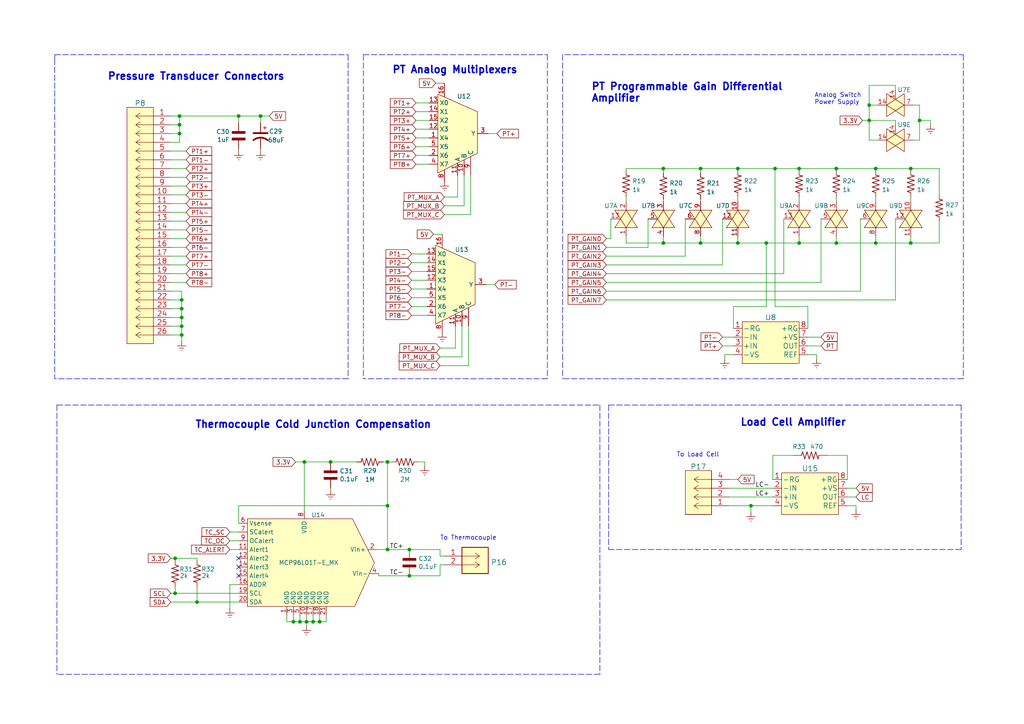
<source format=kicad_sch>
(kicad_sch (version 20211123) (generator eeschema)
  (paper "A4")
  (lib_symbols
    (symbol "Engine-Controller:0530470410" (pin_names (offset 0.254) hide)
      (property "Reference" "P" (at 7.62 5.08 0))
      (symbol "0530470410_1_1"
        (pin passive line (at 0 0 0) (length 5.08) (name "+12V") (number "1"))
        (pin passive line (at 0 -2.54 0) (length 5.08) (name "GND") (number "2"))
        (pin passive line (at 0 -5.08 0) (length 5.08) (name "3") (number "3"))
        (pin passive line (at 0 -7.62 0) (length 5.08) (name "4") (number "4"))
      )
    )
    (symbol "Engine-Controller:20021511-00026T4LF" (pin_names (offset 0.254) hide)
      (property "Reference" "P" (at 8.89 6.35 0))
      (symbol "20021511-00026T4LF_1_1"
        (pin passive line (at 0 0 0) (length 5.08) (name "1") (number "1"))
        (pin passive line (at 0 -22.86 0) (length 5.08) (name "10") (number "10"))
        (pin passive line (at 0 -25.4 0) (length 5.08) (name "11") (number "11"))
        (pin passive line (at 0 -27.94 0) (length 5.08) (name "12") (number "12"))
        (pin passive line (at 0 -30.48 0) (length 5.08) (name "13") (number "13"))
        (pin passive line (at 0 -33.02 0) (length 5.08) (name "14") (number "14"))
        (pin passive line (at 0 -35.56 0) (length 5.08) (name "15") (number "15"))
        (pin passive line (at 0 -38.1 0) (length 5.08) (name "16") (number "16"))
        (pin passive line (at 0 -40.64 0) (length 5.08) (name "17") (number "17"))
        (pin passive line (at 0 -43.18 0) (length 5.08) (name "18") (number "18"))
        (pin passive line (at 0 -45.72 0) (length 5.08) (name "19") (number "19"))
        (pin passive line (at 0 -2.54 0) (length 5.08) (name "2") (number "2"))
        (pin passive line (at 0 -48.26 0) (length 5.08) (name "20") (number "20"))
        (pin passive line (at 0 -50.8 0) (length 5.08) (name "21") (number "21"))
        (pin passive line (at 0 -53.34 0) (length 5.08) (name "22") (number "22"))
        (pin passive line (at 0 -55.88 0) (length 5.08) (name "23") (number "23"))
        (pin passive line (at 0 -58.42 0) (length 5.08) (name "24") (number "24"))
        (pin passive line (at 0 -60.96 0) (length 5.08) (name "25") (number "25"))
        (pin passive line (at 0 -63.5 0) (length 5.08) (name "26") (number "26"))
        (pin passive line (at 0 -5.08 0) (length 5.08) (name "3") (number "3"))
        (pin passive line (at 0 -7.62 0) (length 5.08) (name "4") (number "4"))
        (pin passive line (at 0 -10.16 0) (length 5.08) (name "5") (number "5"))
        (pin passive line (at 0 -12.7 0) (length 5.08) (name "6") (number "6"))
        (pin passive line (at 0 -15.24 0) (length 5.08) (name "7") (number "7"))
        (pin passive line (at 0 -17.78 0) (length 5.08) (name "8") (number "8"))
        (pin passive line (at 0 -20.32 0) (length 5.08) (name "9") (number "9"))
      )
    )
    (symbol "Engine-Controller:647676-2" (pin_names (offset 0.254) hide)
      (property "Reference" "P" (at 6.35 5.08 0))
      (symbol "647676-2_1_1"
        (pin passive line (at 0 0 0) (length 5.08) (name "1") (number "1"))
        (pin passive line (at 0 -2.54 0) (length 5.08) (name "2") (number "2"))
      )
    )
    (symbol "Engine-Controller:AD623ARZ-R7" (pin_names (offset 0.254))
      (property "Reference" "U" (at -1.524 12.192 0))
      (symbol "AD623ARZ-R7_1_1"
        (pin passive line (at -12.065 1.905 0) (length 2.54) (name "-RG") (number "1"))
        (pin input line (at -12.065 -0.635 0) (length 2.54) (name "-IN") (number "2"))
        (pin input line (at -12.065 -3.175 0) (length 2.54) (name "+IN") (number "3"))
        (pin power_in line (at -12.065 -5.715 0) (length 2.54) (name "-VS") (number "4"))
        (pin input line (at 9.525 -5.715 180) (length 2.54) (name "REF") (number "5"))
        (pin output line (at 9.525 -3.175 180) (length 2.54) (name "OUT") (number "6"))
        (pin power_in line (at 9.525 -0.635 180) (length 2.54) (name "+VS") (number "7"))
        (pin passive line (at 9.525 1.905 180) (length 2.54) (name "+RG") (number "8"))
      )
    )
    (symbol "Engine-Controller:CAP_0603" (pin_numbers hide) (pin_names (offset 1.016) hide)
      (property "Reference" "C" (at -1.27 3.81 0))
      (property "Value" "Engine-Controller_CAP_0603" (at -3.81 -3.81 0))
      (symbol "CAP_0603_0_0"
        (pin passive line (at 3.81 0 180) (length 2.54) (name "~") (number "1"))
        (pin passive line (at -3.81 0 0) (length 2.54) (name "~") (number "2"))
      )
    )
    (symbol "Engine-Controller:Earth" (power) (pin_names (offset 0))
      (symbol "Earth_1_1"
        (pin power_in line (at 0 0 270) (length 0) hide (name "Earth") (number "1"))
      )
    )
    (symbol "Engine-Controller:MAX4617EUE+T"
      (property "Reference" "U" (at 0 10.795 0))
      (symbol "MAX4617EUE+T_1_1"
        (pin passive line (at -8.255 -1.27 0) (length 2.54) (name "X4") (number "1"))
        (pin passive line (at 1.905 -12.065 90) (length 4.3688) (name "B") (number "10"))
        (pin passive line (at 0 -12.065 90) (length 3.429) (name "A") (number "11"))
        (pin passive line (at -8.255 1.27 0) (length 2.54) (name "X3") (number "12"))
        (pin passive line (at -8.255 8.89 0) (length 2.54) (name "X0") (number "13"))
        (pin passive line (at -8.255 6.35 0) (length 2.54) (name "X1") (number "14"))
        (pin passive line (at -8.255 3.81 0) (length 2.54) (name "X2") (number "15"))
        (pin passive line (at -3.81 14.605 270) (length 3.937) (name "") (number "16"))
        (pin passive line (at -8.255 -6.35 0) (length 2.54) (name "X6") (number "2"))
        (pin passive line (at 8.89 0 180) (length 3.175) (name "Y") (number "3"))
        (pin passive line (at -8.255 -8.89 0) (length 2.54) (name "X7") (number "4"))
        (pin passive line (at -8.255 -3.81 0) (length 2.54) (name "X5") (number "5"))
        (pin passive line (at -3.81 -13.97 90) (length 3.429) (name "") (number "8"))
        (pin passive line (at 3.81 -12.065 90) (length 5.334) (name "C") (number "9"))
      )
    )
    (symbol "Engine-Controller:MC74HC4066ADG"
      (property "Reference" "U" (at -6.096 9.906 0))
      (symbol "MC74HC4066ADG_1_1"
        (pin passive line (at -5.08 0 0) (length 2.54) (name "") (number "1"))
        (pin passive line (at 0 4.445 270) (length 2.54) (name "") (number "13"))
        (pin passive line (at 5.08 0 180) (length 2.54) (name "") (number "2"))
      )
      (symbol "MC74HC4066ADG_2_1"
        (pin passive line (at 5.08 0 180) (length 2.54) (name "") (number "3"))
        (pin passive line (at -5.08 0 0) (length 2.54) (name "") (number "4"))
        (pin passive line (at 0 4.445 270) (length 2.54) (name "") (number "5"))
      )
      (symbol "MC74HC4066ADG_3_1"
        (pin passive line (at 0 4.445 270) (length 2.54) (name "") (number "6"))
        (pin passive line (at -5.08 0 0) (length 2.54) (name "") (number "8"))
        (pin passive line (at 5.08 0 180) (length 2.54) (name "") (number "9"))
      )
      (symbol "MC74HC4066ADG_4_1"
        (pin passive line (at 5.08 0 180) (length 2.54) (name "") (number "10"))
        (pin passive line (at -5.08 0 0) (length 2.54) (name "") (number "11"))
        (pin passive line (at 0 4.445 270) (length 2.54) (name "") (number "12"))
      )
      (symbol "MC74HC4066ADG_5_1"
        (pin passive line (at -5.08 0 0) (length 2.54) (name "") (number "14"))
        (pin passive line (at 0 4.445 270) (length 2.54) (name "") (number "14"))
        (pin passive line (at 5.08 0 180) (length 2.54) (name "") (number "7"))
      )
    )
    (symbol "Engine-Controller:MCP96L01T-E_MX"
      (property "Reference" "U" (at -15.24 15.875 0))
      (symbol "MCP96L01T-E_MX_1_1"
        (pin passive line (at -11.43 -15.24 90) (length 2.54) (name "GND") (number "1"))
        (pin passive line (at -5.715 -15.24 90) (length 2.54) (name "GND") (number "10"))
        (pin passive line (at -25.4 3.81 0) (length 2.54) (name "Alert1") (number "11"))
        (pin passive line (at -25.4 1.27 0) (length 2.54) (name "Alert2") (number "12"))
        (pin passive line (at -25.4 -1.27 0) (length 2.54) (name "Alert3") (number "14"))
        (pin passive line (at -25.4 -3.81 0) (length 2.54) (name "Alert4") (number "15"))
        (pin passive line (at -25.4 -6.35 0) (length 2.54) (name "ADDR") (number "16"))
        (pin passive line (at -3.81 -15.24 90) (length 2.54) (name "GND") (number "17"))
        (pin passive line (at -1.905 -15.24 90) (length 2.54) (name "GND") (number "18"))
        (pin passive line (at -25.4 -8.89 0) (length 2.54) (name "SCL") (number "19"))
        (pin passive line (at 14.605 3.81 180) (length 2.54) (name "Vin+") (number "2"))
        (pin passive line (at -25.4 -11.43 0) (length 2.54) (name "SDA") (number "20"))
        (pin passive line (at 0 -15.24 90) (length 2.54) (name "GND") (number "21"))
        (pin passive line (at -9.525 -15.24 90) (length 2.54) (name "GND") (number "3"))
        (pin passive line (at 15.24 -3.175 180) (length 2.54) (name "Vin-") (number "4"))
        (pin passive line (at -7.62 -15.24 90) (length 2.54) (name "GND") (number "5"))
        (pin passive line (at -25.4 11.43 0) (length 2.54) (name "Vsense") (number "6"))
        (pin passive line (at -25.4 8.89 0) (length 2.54) (name "SCalert") (number "7"))
        (pin passive line (at -6.35 15.24 270) (length 2.54) (name "VDD") (number "8"))
        (pin passive line (at -25.4 6.35 0) (length 2.54) (name "OCalert") (number "9"))
      )
    )
    (symbol "Engine-Controller:RES_0603" (pin_numbers hide) (pin_names (offset 1.016) hide)
      (property "Reference" "R" (at -1.27 1.27 0))
      (property "Value" "RES_0603" (at -3.81 -2.54 0))
      (symbol "RES_0603_0_0"
        (pin passive line (at -3.81 0 0) (length 1.27) (name "~") (number "1"))
        (pin passive line (at 3.81 0 180) (length 1.27) (name "~") (number "2"))
      )
    )
    (symbol "Engine-Controller:RES_0805" (pin_numbers hide) (pin_names (offset 1.016) hide)
      (property "Reference" "R" (at -1.27 1.27 0))
      (property "Value" "RES_0805" (at -3.81 -2.54 0))
      (symbol "RES_0805_0_0"
        (pin passive line (at -5.08 0 0) (length 2.54) (name "~") (number "1"))
        (pin passive line (at 5.08 0 180) (length 2.54) (name "~") (number "2"))
      )
    )
    (symbol "Engine-Controller:UKL1C220KDDANATD" (pin_numbers hide) (pin_names (offset 0.254) hide)
      (property "Reference" "C" (at 0.635 2.54 0))
      (property "Value" "UKL1C220KDDANATD" (at 0.635 -2.54 0))
      (symbol "UKL1C220KDDANATD_1_1"
        (pin passive line (at 0 3.81 270) (length 2.794) (name "~") (number "1"))
        (pin passive line (at 0 -3.81 90) (length 3.302) (name "~") (number "2"))
      )
    )
    (symbol "MAX4617EUE+T_1"
      (property "Reference" "U" (at 0 10.795 0))
      (symbol "MAX4617EUE+T_1_1_1"
        (pin passive line (at -8.255 -1.27 0) (length 2.54) (name "X4") (number "1"))
        (pin passive line (at 1.905 -12.065 90) (length 4.3688) (name "B") (number "10"))
        (pin passive line (at 0 -12.065 90) (length 3.429) (name "A") (number "11"))
        (pin passive line (at -8.255 1.27 0) (length 2.54) (name "X3") (number "12"))
        (pin passive line (at -8.255 8.89 0) (length 2.54) (name "X0") (number "13"))
        (pin passive line (at -8.255 6.35 0) (length 2.54) (name "X1") (number "14"))
        (pin passive line (at -8.255 3.81 0) (length 2.54) (name "X2") (number "15"))
        (pin passive line (at -3.81 14.605 270) (length 3.937) (name "") (number "16"))
        (pin passive line (at -8.255 -6.35 0) (length 2.54) (name "X6") (number "2"))
        (pin passive line (at 8.89 0 180) (length 3.175) (name "Y") (number "3"))
        (pin passive line (at -8.255 -8.89 0) (length 2.54) (name "X7") (number "4"))
        (pin passive line (at -8.255 -3.81 0) (length 2.54) (name "X5") (number "5"))
        (pin passive line (at -3.81 -13.97 90) (length 3.429) (name "") (number "8"))
        (pin passive line (at 3.81 -12.065 90) (length 5.334) (name "C") (number "9"))
      )
    )
  )
  (junction (at 112.395 159.385))
  (junction (at 192.405 70.485))
  (junction (at 254 48.895))
  (junction (at 118.745 159.385))
  (junction (at 242.57 70.485))
  (junction (at 222.25 70.485))
  (junction (at 266.7 34.925))
  (junction (at 52.07 33.655))
  (junction (at 86.995 180.34))
  (junction (at 224.79 48.895))
  (junction (at 252.095 30.48))
  (junction (at 112.395 146.685))
  (junction (at 52.07 36.195))
  (junction (at 52.705 94.615))
  (junction (at 90.805 180.34))
  (junction (at 52.705 86.995))
  (junction (at 118.745 167.005))
  (junction (at 192.405 48.895))
  (junction (at 52.07 38.735))
  (junction (at 112.395 133.985))
  (junction (at 213.995 70.485))
  (junction (at 264.16 70.485))
  (junction (at 57.15 174.625))
  (junction (at 231.775 70.485))
  (junction (at 69.215 33.655))
  (junction (at 52.705 89.535))
  (junction (at 203.2 70.485))
  (junction (at 52.705 92.075))
  (junction (at 254 70.485))
  (junction (at 203.2 48.895))
  (junction (at 75.565 33.655))
  (junction (at 92.71 180.34))
  (junction (at 95.885 133.985))
  (junction (at 50.8 161.925))
  (junction (at 217.805 146.685))
  (junction (at 264.16 48.895))
  (junction (at 88.9 180.34))
  (junction (at 85.09 180.34))
  (junction (at 213.995 48.895))
  (junction (at 52.705 97.155))
  (junction (at 50.8 172.085))
  (junction (at 252.095 34.925))
  (junction (at 242.57 48.895))
  (junction (at 88.265 133.985))
  (junction (at 231.775 48.895))
  (no_connect (at 69.215 161.925))
  (no_connect (at 69.215 164.465))
  (no_connect (at 69.215 167.005))
  (wire (pts (xy 124.46 40.005) (xy 120.65 40.005)))
  (wire (pts (xy 175.895 79.375) (xy 227.33 79.375)))
  (wire (pts (xy 95.885 141.605) (xy 95.885 142.24)))
  (wire (pts (xy 231.775 48.895) (xy 231.775 49.53)))
  (wire (pts (xy 50.8 162.56) (xy 50.8 161.925)))
  (wire (pts (xy 175.895 69.215) (xy 177.165 69.215)))
  (wire (pts (xy 143.51 82.55) (xy 140.97 82.55)))
  (wire (pts (xy 111.125 133.985) (xy 112.395 133.985)))
  (polyline (pts (xy 158.75 15.875) (xy 158.75 109.855)))
  (wire (pts (xy 213.995 48.895) (xy 213.995 49.53)))
  (wire (pts (xy 69.215 146.685) (xy 69.215 151.765)))
  (wire (pts (xy 209.55 97.79) (xy 212.725 97.79)))
  (wire (pts (xy 109.855 166.37) (xy 109.855 167.005)))
  (wire (pts (xy 52.07 41.275) (xy 52.07 38.735)))
  (wire (pts (xy 86.995 180.34) (xy 88.9 180.34)))
  (wire (pts (xy 128.905 57.15) (xy 132.715 57.15)))
  (wire (pts (xy 112.395 133.985) (xy 112.395 146.685)))
  (wire (pts (xy 266.7 40.64) (xy 264.795 40.64)))
  (wire (pts (xy 52.07 33.655) (xy 69.215 33.655)))
  (wire (pts (xy 49.53 172.085) (xy 50.8 172.085)))
  (wire (pts (xy 49.53 74.295) (xy 53.975 74.295)))
  (wire (pts (xy 175.895 81.915) (xy 238.125 81.915)))
  (wire (pts (xy 52.07 36.195) (xy 52.07 33.655)))
  (wire (pts (xy 234.315 95.25) (xy 234.315 88.9)))
  (wire (pts (xy 192.405 48.895) (xy 192.405 50.165)))
  (wire (pts (xy 124.46 32.385) (xy 120.65 32.385)))
  (wire (pts (xy 144.145 38.735) (xy 141.605 38.735)))
  (wire (pts (xy 249.555 63.5) (xy 249.555 84.455)))
  (wire (pts (xy 269.875 34.925) (xy 269.875 36.195)))
  (wire (pts (xy 52.07 38.735) (xy 52.07 36.195)))
  (wire (pts (xy 49.53 36.195) (xy 52.07 36.195)))
  (wire (pts (xy 238.125 63.5) (xy 238.125 81.915)))
  (wire (pts (xy 50.8 170.18) (xy 50.8 172.085)))
  (wire (pts (xy 213.995 57.15) (xy 213.995 58.42)))
  (wire (pts (xy 203.2 48.895) (xy 213.995 48.895)))
  (polyline (pts (xy 100.965 109.855) (xy 15.875 109.855)))
  (wire (pts (xy 213.995 48.895) (xy 224.79 48.895)))
  (wire (pts (xy 112.395 133.985) (xy 113.665 133.985)))
  (wire (pts (xy 118.745 167.005) (xy 127.635 167.005)))
  (wire (pts (xy 52.705 92.075) (xy 52.705 94.615)))
  (wire (pts (xy 123.825 86.36) (xy 119.38 86.36)))
  (wire (pts (xy 209.55 100.33) (xy 212.725 100.33)))
  (polyline (pts (xy 105.41 15.875) (xy 158.75 15.875)))
  (wire (pts (xy 203.2 57.785) (xy 203.2 58.42)))
  (wire (pts (xy 259.715 34.925) (xy 252.095 34.925)))
  (wire (pts (xy 124.46 45.085) (xy 120.65 45.085)))
  (wire (pts (xy 109.855 167.005) (xy 118.745 167.005)))
  (wire (pts (xy 123.825 73.66) (xy 119.38 73.66)))
  (wire (pts (xy 240.03 132.08) (xy 245.745 132.08)))
  (polyline (pts (xy 105.41 15.875) (xy 105.41 109.855)))
  (wire (pts (xy 242.57 48.895) (xy 242.57 49.53)))
  (wire (pts (xy 136.525 50.8) (xy 136.525 62.23)))
  (wire (pts (xy 231.775 48.895) (xy 242.57 48.895)))
  (wire (pts (xy 123.825 83.82) (xy 119.38 83.82)))
  (wire (pts (xy 52.705 84.455) (xy 52.705 86.995)))
  (wire (pts (xy 181.61 68.58) (xy 181.61 70.485)))
  (wire (pts (xy 49.53 43.815) (xy 53.975 43.815)))
  (wire (pts (xy 123.825 91.44) (xy 119.38 91.44)))
  (wire (pts (xy 127.635 100.965) (xy 132.08 100.965)))
  (wire (pts (xy 85.09 180.34) (xy 86.995 180.34)))
  (wire (pts (xy 118.745 159.385) (xy 127.635 159.385)))
  (wire (pts (xy 224.79 48.895) (xy 231.775 48.895)))
  (wire (pts (xy 242.57 70.485) (xy 254 70.485)))
  (wire (pts (xy 66.675 154.305) (xy 69.215 154.305)))
  (wire (pts (xy 181.61 49.53) (xy 181.61 48.895)))
  (polyline (pts (xy 279.4 15.875) (xy 279.4 109.855)))
  (wire (pts (xy 231.775 70.485) (xy 242.57 70.485)))
  (polyline (pts (xy 278.765 159.385) (xy 176.53 159.385)))
  (polyline (pts (xy 173.99 117.475) (xy 173.99 195.58)))
  (wire (pts (xy 245.745 146.685) (xy 248.285 146.685)))
  (wire (pts (xy 123.825 88.9) (xy 119.38 88.9)))
  (wire (pts (xy 266.7 34.925) (xy 269.875 34.925)))
  (wire (pts (xy 49.53 94.615) (xy 52.705 94.615)))
  (wire (pts (xy 57.15 161.925) (xy 57.15 162.56)))
  (wire (pts (xy 75.565 33.655) (xy 78.105 33.655)))
  (wire (pts (xy 94.615 180.34) (xy 92.71 180.34)))
  (polyline (pts (xy 15.875 15.875) (xy 100.965 15.875)))
  (wire (pts (xy 209.55 63.5) (xy 209.55 76.835)))
  (wire (pts (xy 175.895 86.995) (xy 259.715 86.995)))
  (polyline (pts (xy 16.51 117.475) (xy 16.51 195.58)))
  (wire (pts (xy 95.885 133.985) (xy 103.505 133.985)))
  (wire (pts (xy 181.61 70.485) (xy 192.405 70.485)))
  (wire (pts (xy 75.565 33.655) (xy 75.565 35.56)))
  (wire (pts (xy 192.405 48.895) (xy 203.2 48.895)))
  (polyline (pts (xy 16.51 117.475) (xy 173.99 117.475)))
  (wire (pts (xy 212.725 95.25) (xy 212.725 88.9)))
  (wire (pts (xy 254 70.485) (xy 264.16 70.485)))
  (wire (pts (xy 254 48.895) (xy 254 49.53)))
  (wire (pts (xy 135.89 106.045) (xy 135.89 94.615)))
  (wire (pts (xy 86.995 178.435) (xy 86.995 180.34)))
  (wire (pts (xy 250.19 34.925) (xy 252.095 34.925)))
  (wire (pts (xy 112.395 146.685) (xy 69.215 146.685)))
  (wire (pts (xy 66.675 169.545) (xy 69.215 169.545)))
  (wire (pts (xy 49.53 161.925) (xy 50.8 161.925)))
  (wire (pts (xy 123.825 76.2) (xy 119.38 76.2)))
  (wire (pts (xy 259.715 34.925) (xy 259.715 36.195)))
  (wire (pts (xy 211.455 139.065) (xy 213.995 139.065)))
  (wire (pts (xy 254 57.15) (xy 254 58.42)))
  (wire (pts (xy 248.285 146.685) (xy 248.285 147.955)))
  (wire (pts (xy 127.635 103.505) (xy 133.985 103.505)))
  (wire (pts (xy 49.53 76.835) (xy 53.975 76.835)))
  (wire (pts (xy 69.215 43.18) (xy 69.215 43.815)))
  (wire (pts (xy 49.53 86.995) (xy 52.705 86.995)))
  (wire (pts (xy 175.895 84.455) (xy 249.555 84.455)))
  (polyline (pts (xy 158.75 109.855) (xy 105.41 109.855)))
  (wire (pts (xy 224.155 132.08) (xy 229.87 132.08)))
  (wire (pts (xy 83.185 180.34) (xy 85.09 180.34)))
  (wire (pts (xy 234.315 100.33) (xy 238.125 100.33)))
  (wire (pts (xy 121.285 133.985) (xy 123.19 133.985)))
  (wire (pts (xy 128.905 59.69) (xy 134.62 59.69)))
  (wire (pts (xy 49.53 71.755) (xy 53.975 71.755)))
  (polyline (pts (xy 176.53 117.475) (xy 278.765 117.475)))
  (wire (pts (xy 133.985 103.505) (xy 133.985 94.615)))
  (wire (pts (xy 175.895 71.755) (xy 187.96 71.755)))
  (wire (pts (xy 112.395 159.385) (xy 118.745 159.385)))
  (wire (pts (xy 123.825 81.28) (xy 119.38 81.28)))
  (wire (pts (xy 203.2 48.895) (xy 203.2 50.165)))
  (wire (pts (xy 231.775 68.58) (xy 231.775 70.485)))
  (wire (pts (xy 49.53 33.655) (xy 52.07 33.655)))
  (wire (pts (xy 124.46 37.465) (xy 120.65 37.465)))
  (wire (pts (xy 52.705 94.615) (xy 52.705 97.155)))
  (wire (pts (xy 124.46 29.845) (xy 120.65 29.845)))
  (wire (pts (xy 49.53 84.455) (xy 52.705 84.455)))
  (wire (pts (xy 52.705 86.995) (xy 52.705 89.535)))
  (polyline (pts (xy 173.99 195.58) (xy 16.51 195.58)))
  (wire (pts (xy 272.415 64.135) (xy 272.415 70.485)))
  (wire (pts (xy 127.635 163.83) (xy 128.905 163.83)))
  (polyline (pts (xy 163.195 15.875) (xy 163.195 109.855)))
  (wire (pts (xy 266.7 30.48) (xy 266.7 34.925)))
  (wire (pts (xy 88.9 181.61) (xy 88.9 180.34)))
  (wire (pts (xy 49.53 51.435) (xy 53.975 51.435)))
  (wire (pts (xy 123.825 78.74) (xy 119.38 78.74)))
  (wire (pts (xy 181.61 57.15) (xy 181.61 58.42)))
  (wire (pts (xy 192.405 57.785) (xy 192.405 58.42)))
  (wire (pts (xy 252.095 34.925) (xy 252.095 40.64)))
  (wire (pts (xy 254 68.58) (xy 254 70.485)))
  (wire (pts (xy 88.265 133.985) (xy 88.265 147.955)))
  (wire (pts (xy 236.855 104.14) (xy 236.855 102.87)))
  (wire (pts (xy 254 48.895) (xy 264.16 48.895)))
  (wire (pts (xy 49.53 64.135) (xy 53.975 64.135)))
  (wire (pts (xy 49.53 69.215) (xy 53.975 69.215)))
  (wire (pts (xy 85.09 178.435) (xy 85.09 180.34)))
  (wire (pts (xy 264.16 70.485) (xy 264.16 68.58)))
  (wire (pts (xy 222.25 88.9) (xy 222.25 70.485)))
  (wire (pts (xy 266.7 34.925) (xy 266.7 40.64)))
  (polyline (pts (xy 163.83 15.875) (xy 279.4 15.875)))
  (wire (pts (xy 213.995 68.58) (xy 213.995 70.485)))
  (wire (pts (xy 234.315 97.79) (xy 238.125 97.79)))
  (wire (pts (xy 124.46 47.625) (xy 120.65 47.625)))
  (wire (pts (xy 49.53 48.895) (xy 53.975 48.895)))
  (wire (pts (xy 49.53 38.735) (xy 52.07 38.735)))
  (wire (pts (xy 264.16 48.895) (xy 272.415 48.895)))
  (wire (pts (xy 49.53 97.155) (xy 52.705 97.155)))
  (wire (pts (xy 252.095 40.64) (xy 254.635 40.64)))
  (wire (pts (xy 49.53 174.625) (xy 57.15 174.625)))
  (wire (pts (xy 224.155 139.065) (xy 224.155 132.08)))
  (wire (pts (xy 75.565 43.18) (xy 75.565 43.815)))
  (wire (pts (xy 245.745 141.605) (xy 248.285 141.605)))
  (wire (pts (xy 272.415 70.485) (xy 264.16 70.485)))
  (wire (pts (xy 49.53 89.535) (xy 52.705 89.535)))
  (wire (pts (xy 92.71 180.34) (xy 90.805 180.34)))
  (wire (pts (xy 92.71 178.435) (xy 92.71 180.34)))
  (wire (pts (xy 252.095 24.765) (xy 252.095 30.48)))
  (wire (pts (xy 49.53 59.055) (xy 53.975 59.055)))
  (polyline (pts (xy 278.765 117.475) (xy 278.765 159.385)))
  (wire (pts (xy 211.455 144.145) (xy 224.155 144.145)))
  (wire (pts (xy 198.755 63.5) (xy 198.755 74.295)))
  (wire (pts (xy 49.53 66.675) (xy 53.975 66.675)))
  (wire (pts (xy 126.365 24.13) (xy 128.905 24.13)))
  (wire (pts (xy 227.33 63.5) (xy 227.33 79.375)))
  (wire (pts (xy 127.635 159.385) (xy 127.635 161.29)))
  (wire (pts (xy 264.16 57.15) (xy 264.16 58.42)))
  (wire (pts (xy 50.8 161.925) (xy 57.15 161.925)))
  (wire (pts (xy 175.895 76.835) (xy 209.55 76.835)))
  (wire (pts (xy 127.635 106.045) (xy 135.89 106.045)))
  (polyline (pts (xy 279.4 109.855) (xy 163.195 109.855)))
  (wire (pts (xy 75.565 33.655) (xy 69.215 33.655)))
  (wire (pts (xy 112.395 146.685) (xy 112.395 159.385)))
  (wire (pts (xy 203.2 70.485) (xy 213.995 70.485)))
  (wire (pts (xy 252.095 34.925) (xy 252.095 30.48)))
  (wire (pts (xy 127.635 161.29) (xy 128.905 161.29)))
  (wire (pts (xy 57.15 174.625) (xy 69.215 174.625)))
  (wire (pts (xy 210.185 104.14) (xy 210.185 102.87)))
  (wire (pts (xy 192.405 70.485) (xy 203.2 70.485)))
  (wire (pts (xy 66.675 169.545) (xy 66.675 176.53)))
  (wire (pts (xy 83.185 178.435) (xy 83.185 180.34)))
  (wire (pts (xy 213.995 70.485) (xy 222.25 70.485)))
  (wire (pts (xy 245.745 132.08) (xy 245.745 139.065)))
  (wire (pts (xy 212.725 88.9) (xy 222.25 88.9)))
  (wire (pts (xy 57.15 170.18) (xy 57.15 174.625)))
  (wire (pts (xy 109.22 159.385) (xy 112.395 159.385)))
  (polyline (pts (xy 100.965 15.875) (xy 100.965 109.855)))
  (wire (pts (xy 259.715 63.5) (xy 259.715 86.995)))
  (wire (pts (xy 177.165 63.5) (xy 177.165 69.215)))
  (wire (pts (xy 88.265 133.985) (xy 95.885 133.985)))
  (wire (pts (xy 181.61 48.895) (xy 192.405 48.895)))
  (wire (pts (xy 272.415 48.895) (xy 272.415 56.515)))
  (wire (pts (xy 259.715 24.765) (xy 252.095 24.765)))
  (wire (pts (xy 69.215 33.655) (xy 69.215 35.56)))
  (wire (pts (xy 203.2 68.58) (xy 203.2 70.485)))
  (wire (pts (xy 124.46 42.545) (xy 120.65 42.545)))
  (wire (pts (xy 52.705 89.535) (xy 52.705 92.075)))
  (wire (pts (xy 252.095 30.48) (xy 254.635 30.48)))
  (polyline (pts (xy 176.53 117.475) (xy 176.53 159.385)))
  (wire (pts (xy 49.53 46.355) (xy 53.975 46.355)))
  (wire (pts (xy 245.745 144.145) (xy 248.285 144.145)))
  (wire (pts (xy 132.715 57.15) (xy 132.715 50.8)))
  (wire (pts (xy 217.805 146.685) (xy 217.805 148.59)))
  (wire (pts (xy 134.62 50.8) (xy 134.62 59.69)))
  (polyline (pts (xy 15.875 17.145) (xy 15.875 109.855)))
  (wire (pts (xy 125.73 67.945) (xy 128.27 67.945)))
  (wire (pts (xy 175.895 74.295) (xy 198.755 74.295)))
  (wire (pts (xy 211.455 146.685) (xy 217.805 146.685)))
  (wire (pts (xy 234.315 88.9) (xy 224.79 88.9)))
  (wire (pts (xy 66.675 159.385) (xy 69.215 159.385)))
  (wire (pts (xy 128.905 62.23) (xy 136.525 62.23)))
  (wire (pts (xy 49.53 53.975) (xy 53.975 53.975)))
  (wire (pts (xy 264.16 48.895) (xy 264.16 49.53)))
  (wire (pts (xy 88.9 178.435) (xy 88.9 180.34)))
  (wire (pts (xy 242.57 57.15) (xy 242.57 58.42)))
  (wire (pts (xy 127.635 167.005) (xy 127.635 163.83)))
  (wire (pts (xy 49.53 41.275) (xy 52.07 41.275)))
  (wire (pts (xy 211.455 141.605) (xy 224.155 141.605)))
  (wire (pts (xy 90.805 180.34) (xy 88.9 180.34)))
  (wire (pts (xy 192.405 68.58) (xy 192.405 70.485)))
  (wire (pts (xy 85.725 133.985) (xy 88.265 133.985)))
  (wire (pts (xy 259.715 24.765) (xy 259.715 26.035)))
  (wire (pts (xy 49.53 92.075) (xy 52.705 92.075)))
  (wire (pts (xy 94.615 178.435) (xy 94.615 180.34)))
  (wire (pts (xy 210.185 102.87) (xy 212.725 102.87)))
  (wire (pts (xy 49.53 79.375) (xy 53.975 79.375)))
  (wire (pts (xy 242.57 68.58) (xy 242.57 70.485)))
  (wire (pts (xy 222.25 70.485) (xy 231.775 70.485)))
  (wire (pts (xy 231.775 57.15) (xy 231.775 58.42)))
  (wire (pts (xy 124.46 34.925) (xy 120.65 34.925)))
  (wire (pts (xy 49.53 56.515) (xy 53.975 56.515)))
  (wire (pts (xy 49.53 81.915) (xy 53.975 81.915)))
  (wire (pts (xy 132.08 100.965) (xy 132.08 94.615)))
  (wire (pts (xy 187.96 63.5) (xy 187.96 71.755)))
  (wire (pts (xy 123.19 133.985) (xy 123.19 135.255)))
  (wire (pts (xy 242.57 48.895) (xy 254 48.895)))
  (polyline (pts (xy 15.875 15.875) (xy 15.875 17.145)))
  (wire (pts (xy 236.855 102.87) (xy 234.315 102.87)))
  (wire (pts (xy 90.805 178.435) (xy 90.805 180.34)))
  (wire (pts (xy 217.805 146.685) (xy 224.155 146.685)))
  (wire (pts (xy 52.705 97.155) (xy 52.705 99.06)))
  (wire (pts (xy 224.79 88.9) (xy 224.79 48.895)))
  (wire (pts (xy 66.675 156.845) (xy 69.215 156.845)))
  (wire (pts (xy 49.53 61.595) (xy 53.975 61.595)))
  (wire (pts (xy 264.795 30.48) (xy 266.7 30.48)))
  (wire (pts (xy 50.8 172.085) (xy 69.215 172.085)))
  (text "To Thermocouple" (at 127.635 156.845 0) (effects (font (size 1.27 1.27)) (justify left bottom)))
  (text "Pressure Transducer Connectors" (at 31.115 23.495 0) (effects (font (size 2.0828 2.0828) (thickness 0.4166) bold) (justify left bottom)))
  (text "PT Analog Multiplexers" (at 113.665 21.59 0) (effects (font (size 2.0828 2.0828) (thickness 0.4166) bold) (justify left bottom)))
  (text "To Load Cell" (at 196.215 132.715 0) (effects (font (size 1.27 1.27)) (justify left bottom)))
  (text "Analog Switch \nPower Supply" (at 236.22 30.48 0) (effects (font (size 1.27 1.27)) (justify left bottom)))
  (text "Thermocouple Cold Junction Compensation" (at 56.515 124.46 0) (effects (font (size 2.0828 2.0828) (thickness 0.4166) bold) (justify left bottom)))
  (text "PT Programmable Gain Differential \nAmplifier" (at 171.45 29.845 0) (effects (font (size 2.0828 2.0828) (thickness 0.4166) bold) (justify left bottom)))
  (text "Load Cell Amplifier" (at 214.63 123.825 0) (effects (font (size 2.0828 2.0828) (thickness 0.4166) bold) (justify left bottom)))
  (label "LC+" (at 219.075 144.145 0))
  (label "TC-" (at 113.03 167.005 0))
  (label "TC+" (at 113.03 159.385 0))
  (label "LC-" (at 219.075 141.605 0))
  (global_label "SCL" (shape input) (at 49.53 172.085 180) (property "Intersheet References" "${INTERSHEET_REFS}" (effects hide)))
  (global_label "PT_GAIN5" (shape input) (at 175.895 81.915 180) (property "Intersheet References" "${INTERSHEET_REFS}" (effects hide)))
  (global_label "PT5-" (shape input) (at 119.38 83.82 180) (property "Intersheet References" "${INTERSHEET_REFS}" (effects hide)))
  (global_label "SDA" (shape input) (at 49.53 174.625 180) (property "Intersheet References" "${INTERSHEET_REFS}" (effects hide)))
  (global_label "PT7+" (shape input) (at 120.65 45.085 180) (property "Intersheet References" "${INTERSHEET_REFS}" (effects hide)))
  (global_label "PT8-" (shape input) (at 119.38 91.44 180) (property "Intersheet References" "${INTERSHEET_REFS}" (effects hide)))
  (global_label "PT2+" (shape input) (at 120.65 32.385 180) (property "Intersheet References" "${INTERSHEET_REFS}" (effects hide)))
  (global_label "PT-" (shape input) (at 209.55 97.79 180) (property "Intersheet References" "${INTERSHEET_REFS}" (effects hide)))
  (global_label "PT6-" (shape input) (at 119.38 86.36 180) (property "Intersheet References" "${INTERSHEET_REFS}" (effects hide)))
  (global_label "5V" (shape input) (at 126.365 24.13 180) (property "Intersheet References" "${INTERSHEET_REFS}" (effects hide)))
  (global_label "TC_SC" (shape input) (at 66.675 154.305 180) (property "Intersheet References" "${INTERSHEET_REFS}" (effects hide)))
  (global_label "5V" (shape input) (at 238.125 97.79 0) (property "Intersheet References" "${INTERSHEET_REFS}" (effects hide)))
  (global_label "TC_ALERT" (shape input) (at 66.675 159.385 180) (property "Intersheet References" "${INTERSHEET_REFS}" (effects hide)))
  (global_label "PT+" (shape input) (at 144.145 38.735 0) (property "Intersheet References" "${INTERSHEET_REFS}" (effects hide)))
  (global_label "PT4+" (shape input) (at 120.65 37.465 180) (property "Intersheet References" "${INTERSHEET_REFS}" (effects hide)))
  (global_label "TC_OC" (shape input) (at 66.675 156.845 180) (property "Intersheet References" "${INTERSHEET_REFS}" (effects hide)))
  (global_label "PT8-" (shape input) (at 53.975 81.915 0) (property "Intersheet References" "${INTERSHEET_REFS}" (effects hide)))
  (global_label "PT6-" (shape input) (at 53.975 71.755 0) (property "Intersheet References" "${INTERSHEET_REFS}" (effects hide)))
  (global_label "PT_GAIN6" (shape input) (at 175.895 84.455 180) (property "Intersheet References" "${INTERSHEET_REFS}" (effects hide)))
  (global_label "PT-" (shape input) (at 143.51 82.55 0) (property "Intersheet References" "${INTERSHEET_REFS}" (effects hide)))
  (global_label "PT6+" (shape input) (at 53.975 69.215 0) (property "Intersheet References" "${INTERSHEET_REFS}" (effects hide)))
  (global_label "PT_MUX_C" (shape input) (at 127.635 106.045 180) (property "Intersheet References" "${INTERSHEET_REFS}" (effects hide)))
  (global_label "PT5+" (shape input) (at 120.65 40.005 180) (property "Intersheet References" "${INTERSHEET_REFS}" (effects hide)))
  (global_label "PT1-" (shape input) (at 119.38 73.66 180) (property "Intersheet References" "${INTERSHEET_REFS}" (effects hide)))
  (global_label "PT_MUX_A" (shape input) (at 128.905 57.15 180) (property "Intersheet References" "${INTERSHEET_REFS}" (effects hide)))
  (global_label "PT2-" (shape input) (at 119.38 76.2 180) (property "Intersheet References" "${INTERSHEET_REFS}" (effects hide)))
  (global_label "PT3-" (shape input) (at 119.38 78.74 180) (property "Intersheet References" "${INTERSHEET_REFS}" (effects hide)))
  (global_label "PT6+" (shape input) (at 120.65 42.545 180) (property "Intersheet References" "${INTERSHEET_REFS}" (effects hide)))
  (global_label "PT7+" (shape input) (at 53.975 74.295 0) (property "Intersheet References" "${INTERSHEET_REFS}" (effects hide)))
  (global_label "PT_GAIN7" (shape input) (at 175.895 86.995 180) (property "Intersheet References" "${INTERSHEET_REFS}" (effects hide)))
  (global_label "PT7-" (shape input) (at 119.38 88.9 180) (property "Intersheet References" "${INTERSHEET_REFS}" (effects hide)))
  (global_label "PT1+" (shape input) (at 120.65 29.845 180) (property "Intersheet References" "${INTERSHEET_REFS}" (effects hide)))
  (global_label "PT3+" (shape input) (at 53.975 53.975 0) (property "Intersheet References" "${INTERSHEET_REFS}" (effects hide)))
  (global_label "3.3V" (shape input) (at 250.19 34.925 180) (property "Intersheet References" "${INTERSHEET_REFS}" (effects hide)))
  (global_label "3.3V" (shape input) (at 85.725 133.985 180) (property "Intersheet References" "${INTERSHEET_REFS}" (effects hide)))
  (global_label "PT_MUX_A" (shape input) (at 127.635 100.965 180) (property "Intersheet References" "${INTERSHEET_REFS}" (effects hide)))
  (global_label "PT_GAIN3" (shape input) (at 175.895 76.835 180) (property "Intersheet References" "${INTERSHEET_REFS}" (effects hide)))
  (global_label "PT1+" (shape input) (at 53.975 43.815 0) (property "Intersheet References" "${INTERSHEET_REFS}" (effects hide)))
  (global_label "PT_GAIN1" (shape input) (at 175.895 71.755 180) (property "Intersheet References" "${INTERSHEET_REFS}" (effects hide)))
  (global_label "PT" (shape input) (at 238.125 100.33 0) (property "Intersheet References" "${INTERSHEET_REFS}" (effects hide)))
  (global_label "PT3+" (shape input) (at 120.65 34.925 180) (property "Intersheet References" "${INTERSHEET_REFS}" (effects hide)))
  (global_label "PT5-" (shape input) (at 53.975 66.675 0) (property "Intersheet References" "${INTERSHEET_REFS}" (effects hide)))
  (global_label "5V" (shape input) (at 125.73 67.945 180) (property "Intersheet References" "${INTERSHEET_REFS}" (effects hide)))
  (global_label "PT3-" (shape input) (at 53.975 56.515 0) (property "Intersheet References" "${INTERSHEET_REFS}" (effects hide)))
  (global_label "PT2-" (shape input) (at 53.975 51.435 0) (property "Intersheet References" "${INTERSHEET_REFS}" (effects hide)))
  (global_label "PT8+" (shape input) (at 120.65 47.625 180) (property "Intersheet References" "${INTERSHEET_REFS}" (effects hide)))
  (global_label "PT4-" (shape input) (at 119.38 81.28 180) (property "Intersheet References" "${INTERSHEET_REFS}" (effects hide)))
  (global_label "PT4+" (shape input) (at 53.975 59.055 0) (property "Intersheet References" "${INTERSHEET_REFS}" (effects hide)))
  (global_label "PT_GAIN4" (shape input) (at 175.895 79.375 180) (property "Intersheet References" "${INTERSHEET_REFS}" (effects hide)))
  (global_label "PT_MUX_B" (shape input) (at 127.635 103.505 180) (property "Intersheet References" "${INTERSHEET_REFS}" (effects hide)))
  (global_label "PT5+" (shape input) (at 53.975 64.135 0) (property "Intersheet References" "${INTERSHEET_REFS}" (effects hide)))
  (global_label "PT_GAIN2" (shape input) (at 175.895 74.295 180) (property "Intersheet References" "${INTERSHEET_REFS}" (effects hide)))
  (global_label "PT_MUX_B" (shape input) (at 128.905 59.69 180) (property "Intersheet References" "${INTERSHEET_REFS}" (effects hide)))
  (global_label "PT7-" (shape input) (at 53.975 76.835 0) (property "Intersheet References" "${INTERSHEET_REFS}" (effects hide)))
  (global_label "5V" (shape input) (at 78.105 33.655 0) (property "Intersheet References" "${INTERSHEET_REFS}" (effects hide)))
  (global_label "5V" (shape input) (at 213.995 139.065 0) (property "Intersheet References" "${INTERSHEET_REFS}" (effects hide)))
  (global_label "3.3V" (shape input) (at 49.53 161.925 180) (property "Intersheet References" "${INTERSHEET_REFS}" (effects hide)))
  (global_label "PT1-" (shape input) (at 53.975 46.355 0) (property "Intersheet References" "${INTERSHEET_REFS}" (effects hide)))
  (global_label "PT8+" (shape input) (at 53.975 79.375 0) (property "Intersheet References" "${INTERSHEET_REFS}" (effects hide)))
  (global_label "PT4-" (shape input) (at 53.975 61.595 0) (property "Intersheet References" "${INTERSHEET_REFS}" (effects hide)))
  (global_label "LC" (shape input) (at 248.285 144.145 0) (property "Intersheet References" "${INTERSHEET_REFS}" (effects hide)))
  (global_label "PT+" (shape input) (at 209.55 100.33 180) (property "Intersheet References" "${INTERSHEET_REFS}" (effects hide)))
  (global_label "5V" (shape input) (at 248.285 141.605 0) (property "Intersheet References" "${INTERSHEET_REFS}" (effects hide)))
  (global_label "PT2+" (shape input) (at 53.975 48.895 0) (property "Intersheet References" "${INTERSHEET_REFS}" (effects hide)))
  (global_label "PT_GAIN0" (shape input) (at 175.895 69.215 180) (property "Intersheet References" "${INTERSHEET_REFS}" (effects hide)))
  (global_label "PT_MUX_C" (shape input) (at 128.905 62.23 180) (property "Intersheet References" "${INTERSHEET_REFS}" (effects hide)))
  (symbol (lib_id "Engine-Controller:CAP_0603") (at 95.885 137.795 270) (unit 1)
    (property "Reference" "C31" (at 98.5012 136.6266 90) (effects (justify left)))
    (property "Value" "0.1uF" (at 98.5012 138.938 90) (effects (justify left)))
    (property "Footprint" "Engine-Controller:CAP_0603" (effects hide))
  )
  (symbol (lib_id "Engine-Controller:RES_0603") (at 192.405 53.975 90) (unit 1)
    (property "Reference" "R20" (at 194.1576 53.1403 90) (effects (justify right)))
    (property "Value" "1k" (at 194.1576 55.6772 90) (effects (justify right)))
    (property "Footprint" "Engine-Controller:RES_0603" (effects hide))
  )
  (symbol (lib_id "Engine-Controller:MC74HC4066ADG") (at 259.715 40.64 0) (unit 5)
    (property "Reference" "U9" (at 262.255 36.195 0))
    (property "Value" "MC74HC4066ADG" (effects hide))
    (property "Footprint" "Engine-Controller:MC74HC4066ADG" (effects hide))
  )
  (symbol (lib_id "Engine-Controller:Earth") (at 88.9 181.61 0) (unit 1)
    (property "Reference" "#PWR035" (effects hide))
    (property "Value" "Earth" (effects hide))
  )
  (symbol (lib_id "Engine-Controller:RES_0603") (at 264.16 53.34 90) (unit 1)
    (property "Reference" "R26" (at 265.9126 52.5053 90) (effects (justify right)))
    (property "Value" "1k" (at 265.9126 55.0422 90) (effects (justify right)))
    (property "Footprint" "Engine-Controller:RES_0603" (effects hide))
  )
  (symbol (lib_id "Engine-Controller:20021511-00026T4LF") (at 49.53 33.655 0) (mirror y) (unit 1)
    (property "Reference" "P8" (at 40.64 29.9481 0) (effects (font (size 1.524 1.524))))
    (property "Value" "20021511-00026T4LF" (effects hide))
    (property "Footprint" "Engine-Controller:20021511-00026T4LF" (effects hide))
  )
  (symbol (lib_id "Engine-Controller:RES_0603") (at 254 53.34 90) (unit 1)
    (property "Reference" "R25" (at 255.7526 52.5053 90) (effects (justify right)))
    (property "Value" "1k" (at 255.7526 55.0422 90) (effects (justify right)))
    (property "Footprint" "Engine-Controller:RES_0603" (effects hide))
  )
  (symbol (lib_id "Engine-Controller:Earth") (at 217.805 148.59 0) (unit 1)
    (property "Reference" "#PWR054" (effects hide))
    (property "Value" "Earth" (effects hide))
  )
  (symbol (lib_id "Engine-Controller:Earth") (at 128.905 52.705 0) (mirror y) (unit 1)
    (property "Reference" "#PWR036" (effects hide))
    (property "Value" "Earth" (effects hide))
  )
  (symbol (lib_id "Engine-Controller:MC74HC4066ADG") (at 213.995 63.5 90) (unit 4)
    (property "Reference" "U7" (at 207.645 59.69 90) (effects (justify right)))
    (property "Value" "MC74HC4066ADG" (effects hide))
    (property "Footprint" "Engine-Controller:MC74HC4066ADG" (effects hide))
  )
  (symbol (lib_id "Engine-Controller:RES_0805") (at 234.95 132.08 0) (unit 1)
    (property "Reference" "R33" (at 231.775 129.54 0))
    (property "Value" "470" (at 236.855 129.54 0))
    (property "Footprint" "Engine-Controller:RES_0805" (effects hide))
  )
  (symbol (lib_id "Engine-Controller:MCP96L01T-E_MX") (at 94.615 163.195 0) (unit 1)
    (property "Reference" "U14" (at 90.2844 149.383 0) (effects (justify left)))
    (property "Value" "MCP96L01T-E_MX" (at 89.535 163.195 0))
    (property "Footprint" "Engine-Controller:MCP96L01T-E_MX" (effects hide))
  )
  (symbol (lib_id "Engine-Controller:MC74HC4066ADG") (at 181.61 63.5 90) (unit 1)
    (property "Reference" "U7" (at 175.26 59.69 90) (effects (justify right)))
    (property "Value" "MC74HC4066ADG" (effects hide))
    (property "Footprint" "Engine-Controller:MC74HC4066ADG" (effects hide))
  )
  (symbol (lib_id "Engine-Controller:Earth") (at 69.215 43.815 0) (mirror y) (unit 1)
    (property "Reference" "#PWR050" (effects hide))
    (property "Value" "Earth" (effects hide))
  )
  (symbol (lib_id "Engine-Controller:RES_0603") (at 231.775 53.34 90) (unit 1)
    (property "Reference" "R23" (at 233.5276 52.5053 90) (effects (justify right)))
    (property "Value" "1k" (at 233.5276 55.0422 90) (effects (justify right)))
    (property "Footprint" "Engine-Controller:RES_0603" (effects hide))
  )
  (symbol (lib_id "Engine-Controller:AD623ARZ-R7") (at 236.22 140.97 0) (unit 1)
    (property "Reference" "U15" (at 234.95 135.89 0) (effects (font (size 1.524 1.524))))
    (property "Value" "AD623ARZ-R7" (effects hide))
    (property "Footprint" "Engine-Controller:AD623ARZ-R7" (effects hide))
  )
  (symbol (lib_id "Engine-Controller:RES_0603") (at 181.61 53.34 90) (unit 1)
    (property "Reference" "R19" (at 183.3626 52.5053 90) (effects (justify right)))
    (property "Value" "1k" (at 183.3626 55.0422 90) (effects (justify right)))
    (property "Footprint" "Engine-Controller:RES_0603" (effects hide))
  )
  (symbol (lib_name "MAX4617EUE+T_1") (lib_id "Engine-Controller:MAX4617EUE+T") (at 132.715 38.735 0) (unit 1)
    (property "Reference" "U12" (at 136.525 27.94 0) (effects (justify right)))
    (property "Value" "MAX4617EUE+T" (effects hide))
    (property "Footprint" "Engine-Controller:max4617eue" (effects hide))
  )
  (symbol (lib_id "Engine-Controller:RES_0603") (at 57.15 166.37 270) (unit 1)
    (property "Reference" "R32" (at 60.325 165.1 90))
    (property "Value" "2k" (at 59.69 167.005 90))
    (property "Footprint" "Engine-Controller:RES_0603" (effects hide))
  )
  (symbol (lib_id "Engine-Controller:RES_0603") (at 242.57 53.34 90) (unit 1)
    (property "Reference" "R24" (at 244.3226 52.5053 90) (effects (justify right)))
    (property "Value" "1k" (at 244.3226 55.0422 90) (effects (justify right)))
    (property "Footprint" "Engine-Controller:RES_0603" (effects hide))
  )
  (symbol (lib_id "Engine-Controller:RES_0603") (at 50.8 166.37 270) (unit 1)
    (property "Reference" "R31" (at 53.975 165.1 90))
    (property "Value" "2k" (at 53.34 167.005 90))
    (property "Footprint" "Engine-Controller:RES_0603" (effects hide))
  )
  (symbol (lib_id "Engine-Controller:CAP_0603") (at 69.215 39.37 90) (mirror x) (unit 1)
    (property "Reference" "C30" (at 66.5988 38.2016 90) (effects (justify left)))
    (property "Value" "1uF" (at 66.5988 40.513 90) (effects (justify left)))
    (property "Footprint" "Engine-Controller:CAP_0603" (effects hide))
  )
  (symbol (lib_id "Engine-Controller:MC74HC4066ADG") (at 203.2 63.5 90) (unit 3)
    (property "Reference" "U7" (at 196.85 59.69 90) (effects (justify right)))
    (property "Value" "MC74HC4066ADG" (effects hide))
    (property "Footprint" "Engine-Controller:MC74HC4066ADG" (effects hide))
  )
  (symbol (lib_id "Engine-Controller:RES_0603") (at 213.995 53.34 90) (unit 1)
    (property "Reference" "R22" (at 215.7476 52.5053 90) (effects (justify right)))
    (property "Value" "1k" (at 215.7476 55.0422 90) (effects (justify right)))
    (property "Footprint" "Engine-Controller:RES_0603" (effects hide))
  )
  (symbol (lib_id "Engine-Controller:RES_0603") (at 272.415 60.325 90) (unit 1)
    (property "Reference" "R27" (at 274.1676 59.4903 90) (effects (justify right)))
    (property "Value" "1k" (at 274.1676 62.0272 90) (effects (justify right)))
    (property "Footprint" "Engine-Controller:RES_0603" (effects hide))
  )
  (symbol (lib_id "Engine-Controller:Earth") (at 95.885 142.24 0) (unit 1)
    (property "Reference" "#PWR051" (effects hide))
    (property "Value" "Earth" (effects hide))
  )
  (symbol (lib_id "Engine-Controller:UKL1C220KDDANATD") (at 75.565 39.37 0) (mirror y) (unit 1)
    (property "Reference" "C29" (at 81.915 38.1 0) (effects (justify left)))
    (property "Value" "68uF" (at 82.55 40.64 0) (effects (justify left)))
    (property "Footprint" "Engine-Controller:EEEFPV680XAP" (effects hide))
  )
  (symbol (lib_id "Engine-Controller:MC74HC4066ADG") (at 259.715 30.48 0) (unit 5)
    (property "Reference" "U7" (at 262.255 26.035 0))
    (property "Value" "MC74HC4066ADG" (effects hide))
    (property "Footprint" "Engine-Controller:MC74HC4066ADG" (effects hide))
  )
  (symbol (lib_id "Engine-Controller:Earth") (at 210.185 104.14 0) (unit 1)
    (property "Reference" "#PWR031" (effects hide))
    (property "Value" "Earth" (effects hide))
  )
  (symbol (lib_id "Engine-Controller:Earth") (at 66.675 176.53 0) (unit 1)
    (property "Reference" "#PWR053" (effects hide))
    (property "Value" "Earth" (effects hide))
  )
  (symbol (lib_id "Engine-Controller:RES_0603") (at 107.315 133.985 180) (unit 1)
    (property "Reference" "R29" (at 107.315 136.525 0))
    (property "Value" "1M" (at 107.315 139.065 0))
    (property "Footprint" "Engine-Controller:RES_0603" (effects hide))
  )
  (symbol (lib_id "Engine-Controller:Earth") (at 75.565 43.815 0) (mirror y) (unit 1)
    (property "Reference" "#PWR049" (effects hide))
    (property "Value" "Earth" (effects hide))
  )
  (symbol (lib_id "Engine-Controller:MC74HC4066ADG") (at 254 63.5 90) (unit 3)
    (property "Reference" "U9" (at 248.285 59.69 90) (effects (justify right)))
    (property "Value" "MC74HC4066ADG" (effects hide))
    (property "Footprint" "Engine-Controller:MC74HC4066ADG" (effects hide))
  )
  (symbol (lib_id "Engine-Controller:MAX4617EUE+T") (at 132.08 82.55 0) (unit 1)
    (property "Reference" "U13" (at 135.89 72.39 0) (effects (justify right)))
    (property "Value" "MAX4617EUE+T" (effects hide))
    (property "Footprint" "Engine-Controller:max4617eue" (effects hide))
  )
  (symbol (lib_id "Engine-Controller:RES_0603") (at 203.2 53.975 90) (unit 1)
    (property "Reference" "R21" (at 204.9526 53.1403 90) (effects (justify right)))
    (property "Value" "1k" (at 204.9526 55.6772 90) (effects (justify right)))
    (property "Footprint" "Engine-Controller:RES_0603" (effects hide))
  )
  (symbol (lib_id "Engine-Controller:AD623ARZ-R7") (at 224.79 97.155 0) (unit 1)
    (property "Reference" "U8" (at 223.52 92.075 0) (effects (font (size 1.524 1.524))))
    (property "Value" "AD623ARZ-R7" (effects hide))
    (property "Footprint" "Engine-Controller:AD623ARZ-R7" (effects hide))
  )
  (symbol (lib_id "Engine-Controller:Earth") (at 269.875 36.195 0) (unit 1)
    (property "Reference" "#PWR033" (effects hide))
    (property "Value" "Earth" (effects hide))
  )
  (symbol (lib_id "Engine-Controller:Earth") (at 52.705 99.06 0) (mirror y) (unit 1)
    (property "Reference" "#PWR045" (effects hide))
    (property "Value" "Earth" (effects hide))
  )
  (symbol (lib_id "Engine-Controller:Earth") (at 123.19 135.255 0) (unit 1)
    (property "Reference" "#PWR052" (effects hide))
    (property "Value" "Earth" (effects hide))
  )
  (symbol (lib_id "Engine-Controller:Earth") (at 236.855 104.14 0) (unit 1)
    (property "Reference" "#PWR032" (effects hide))
    (property "Value" "Earth" (effects hide))
  )
  (symbol (lib_id "Engine-Controller:MC74HC4066ADG") (at 264.16 63.5 90) (unit 4)
    (property "Reference" "U9" (at 257.81 59.69 90) (effects (justify right)))
    (property "Value" "MC74HC4066ADG" (effects hide))
    (property "Footprint" "Engine-Controller:MC74HC4066ADG" (effects hide))
  )
  (symbol (lib_id "Engine-Controller:0530470410") (at 211.455 146.685 180) (unit 1)
    (property "Reference" "P17" (at 202.565 135.3708 0) (effects (font (size 1.524 1.524))))
    (property "Value" "0530470410" (effects hide))
    (property "Footprint" "Engine-Controller:0530470410" (effects hide))
  )
  (symbol (lib_id "Engine-Controller:MC74HC4066ADG") (at 192.405 63.5 90) (unit 2)
    (property "Reference" "U7" (at 186.055 59.69 90) (effects (justify right)))
    (property "Value" "MC74HC4066ADG" (effects hide))
    (property "Footprint" "Engine-Controller:MC74HC4066ADG" (effects hide))
  )
  (symbol (lib_id "Engine-Controller:RES_0603") (at 117.475 133.985 180) (unit 1)
    (property "Reference" "R30" (at 117.475 136.525 0))
    (property "Value" "2M" (at 117.475 139.065 0))
    (property "Footprint" "Engine-Controller:RES_0603" (effects hide))
  )
  (symbol (lib_id "Engine-Controller:CAP_0603") (at 118.745 163.195 270) (unit 1)
    (property "Reference" "C32" (at 121.3612 162.0266 90) (effects (justify left)))
    (property "Value" "0.1uF" (at 121.3612 164.338 90) (effects (justify left)))
    (property "Footprint" "Engine-Controller:CAP_0603" (effects hide))
  )
  (symbol (lib_id "Engine-Controller:Earth") (at 248.285 147.955 0) (unit 1)
    (property "Reference" "#PWR055" (effects hide))
    (property "Value" "Earth" (effects hide))
  )
  (symbol (lib_id "Engine-Controller:MC74HC4066ADG") (at 242.57 63.5 90) (unit 2)
    (property "Reference" "U9" (at 236.22 59.69 90) (effects (justify right)))
    (property "Value" "MC74HC4066ADG" (effects hide))
    (property "Footprint" "Engine-Controller:MC74HC4066ADG" (effects hide))
  )
  (symbol (lib_id "Engine-Controller:647676-2") (at 128.905 161.29 0) (unit 1)
    (property "Reference" "P16" (at 142.367 163.0805 0) (effects (font (size 1.524 1.524)) (justify left)))
    (property "Value" "647676-2" (effects hide))
    (property "Footprint" "Engine-Controller:647676-2" (effects hide))
  )
  (symbol (lib_id "Engine-Controller:MC74HC4066ADG") (at 231.775 63.5 90) (unit 1)
    (property "Reference" "U9" (at 226.06 59.69 90) (effects (justify right)))
    (property "Value" "MC74HC4066ADG" (effects hide))
    (property "Footprint" "Engine-Controller:MC74HC4066ADG" (effects hide))
  )
  (symbol (lib_id "Engine-Controller:Earth") (at 128.27 96.52 0) (mirror y) (unit 1)
    (property "Reference" "#PWR037" (effects hide))
    (property "Value" "Earth" (effects hide))
  )
)
</source>
